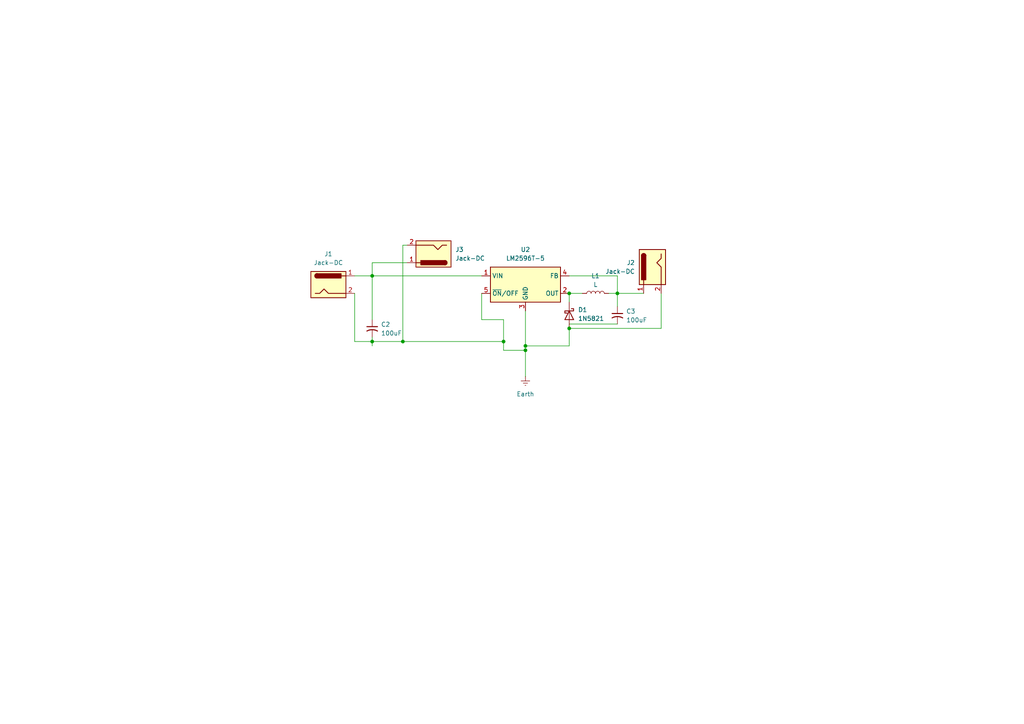
<source format=kicad_sch>
(kicad_sch (version 20250114) (generator "eeschema") (generator_version "9.0")
  (paper "A4")
  (lib_symbols
    (symbol "Connector:Jack-DC" (pin_names (offset 1.016))
      (property "Reference" "J" (at 0 5.334 0))
      (property "Value" "Jack-DC" (at 0 -5.08 0))
      (symbol "Jack-DC_0_1"
        (rectangle (start -5.08 3.81) (end 5.08 -3.81) (stroke (width 0.254)) (fill (type background)))
        (polyline (pts (xy -3.81 -2.54) (xy -2.54 -2.54) (xy -1.27 -1.27) (xy 0 -2.54) (xy 2.54 -2.54) (xy 5.08 -2.54)) (stroke (width 0.254)))
        (arc (start -3.302 1.905) (mid -3.9343 2.54) (end -3.302 3.175) (stroke (width 0.254)))
        (arc (start -3.302 1.905) (mid -3.9343 2.54) (end -3.302 3.175) (stroke (width 0.254)) (fill (type outline)))
        (rectangle (start 3.683 3.175) (end -3.302 1.905) (stroke (width 0.254)) (fill (type outline)))
        (polyline (pts (xy 5.08 2.54) (xy 3.81 2.54)) (stroke (width 0.254)))
      )
      (symbol "Jack-DC_1_1"
        (pin passive line (at 7.62 2.54 180) (length 2.54) (name "~") (number "1"))
        (pin passive line (at 7.62 -2.54 180) (length 2.54) (name "~") (number "2"))
      )
    )
    (symbol "Device:C_Small_US" (pin_numbers (hide yes)) (pin_names (offset 0.254) (hide yes))
      (property "Reference" "C" (at 0.254 1.778 0))
      (property "Value" "C_Small_US" (at 0.254 -2.032 0))
      (symbol "C_Small_US_0_1"
        (polyline (pts (xy -1.524 0.508) (xy 1.524 0.508)) (stroke (width 0.3048)))
        (arc (start -1.524 -0.762) (mid 0 -0.3734) (end 1.524 -0.762) (stroke (width 0.3048)))
      )
      (symbol "C_Small_US_1_1"
        (pin passive line (at 0 2.54 270) (length 2.032) (name "~") (number "1"))
        (pin passive line (at 0 -2.54 90) (length 2.032) (name "~") (number "2"))
      )
    )
    (symbol "Device:L" (pin_numbers (hide yes)) (pin_names (offset 1.016) (hide yes))
      (property "Reference" "L" (at -1.27 0 90))
      (property "Value" "L" (at 1.905 0 90))
      (symbol "L_0_1"
        (arc (start 0 2.54) (mid 0.6323 1.905) (end 0 1.27))
        (arc (start 0 1.27) (mid 0.6323 0.635) (end 0 0))
        (arc (start 0 0) (mid 0.6323 -0.635) (end 0 -1.27))
        (arc (start 0 -1.27) (mid 0.6323 -1.905) (end 0 -2.54))
      )
      (symbol "L_1_1"
        (pin passive line (at 0 3.81 270) (length 1.27) (name "1") (number "1"))
        (pin passive line (at 0 -3.81 90) (length 1.27) (name "2") (number "2"))
      )
    )
    (symbol "Diode:1N5821" (pin_numbers (hide yes)) (pin_names (offset 1.016) (hide yes))
      (property "Reference" "D" (at 0 2.54 0))
      (property "Value" "1N5821" (at 0 -2.54 0))
      (symbol "1N5821_0_1"
        (polyline (pts (xy -1.905 0.635) (xy -1.905 1.27) (xy -1.27 1.27) (xy -1.27 -1.27) (xy -0.635 -1.27) (xy -0.635 -0.635)) (stroke (width 0.254)))
        (polyline (pts (xy 1.27 1.27) (xy 1.27 -1.27) (xy -1.27 0) (xy 1.27 1.27)) (stroke (width 0.254)))
        (polyline (pts (xy 1.27 0) (xy -1.27 0)))
      )
      (symbol "1N5821_1_1"
        (pin passive line (at -3.81 0 0) (length 2.54) (name "K") (number "1"))
        (pin passive line (at 3.81 0 180) (length 2.54) (name "A") (number "2"))
      )
    )
    (symbol "Regulator_Switching:LM2596T-5"
      (property "Reference" "U" (at -10.16 6.35 0))
      (property "Value" "LM2596T-5" (at 0 6.35 0))
      (symbol "LM2596T-5_0_1"
        (rectangle (start -10.16 5.08) (end 10.16 -5.08) (stroke (width 0.254)) (fill (type background)))
      )
      (symbol "LM2596T-5_1_1"
        (pin power_in line (at -12.7 2.54 0) (length 2.54) (name "VIN") (number "1"))
        (pin input line (at -12.7 -2.54 0) (length 2.54) (name "~{ON}/OFF") (number "5"))
        (pin power_in line (at 0 -7.62 90) (length 2.54) (name "GND") (number "3"))
        (pin input line (at 12.7 2.54 180) (length 2.54) (name "FB") (number "4"))
        (pin output line (at 12.7 -2.54 180) (length 2.54) (name "OUT") (number "2"))
      )
    )
    (symbol "power:Earth" (power) (pin_numbers (hide yes)) (pin_names (offset 0) (hide yes))
      (property "Value" "Earth" (at 0 -3.81 0))
      (symbol "Earth_0_1"
        (polyline (pts (xy -0.635 -1.905) (xy 0.635 -1.905)))
        (polyline (pts (xy -0.127 -2.54) (xy 0.127 -2.54)))
        (polyline (pts (xy 0 -1.27) (xy 0 0)))
        (polyline (pts (xy 1.27 -1.27) (xy -1.27 -1.27)))
      )
      (symbol "Earth_1_1"
        (pin power_in line (at 0 0 270) (length 0) (name "~") (number "1"))
      )
    )
  )
  (junction (at 152.4 100.33))
  (junction (at 107.95 80.01))
  (junction (at 152.4 101.6))
  (junction (at 179.07 85.09))
  (junction (at 146.05 99.06))
  (junction (at 107.95 99.06))
  (junction (at 165.1 95.25))
  (junction (at 116.84 99.06))
  (junction (at 165.1 85.09))
  (wire (pts (xy 107.95 97.79) (xy 107.95 99.06)))
  (wire (pts (xy 191.77 95.25) (xy 165.1 95.25)))
  (wire (pts (xy 176.53 85.09) (xy 179.07 85.09)))
  (wire (pts (xy 116.84 99.06) (xy 146.05 99.06)))
  (wire (pts (xy 139.7 85.09) (xy 139.7 92.71)))
  (wire (pts (xy 179.07 85.09) (xy 179.07 88.9)))
  (wire (pts (xy 152.4 90.17) (xy 152.4 100.33)))
  (wire (pts (xy 107.95 80.01) (xy 107.95 92.71)))
  (wire (pts (xy 146.05 99.06) (xy 146.05 101.6)))
  (wire (pts (xy 116.84 71.12) (xy 116.84 99.06)))
  (wire (pts (xy 107.95 99.06) (xy 116.84 99.06)))
  (wire (pts (xy 179.07 93.98) (xy 165.1 93.98)))
  (wire (pts (xy 179.07 80.01) (xy 179.07 85.09)))
  (wire (pts (xy 165.1 100.33) (xy 152.4 100.33)))
  (wire (pts (xy 152.4 101.6) (xy 152.4 109.22)))
  (wire (pts (xy 165.1 93.98) (xy 165.1 95.25)))
  (wire (pts (xy 146.05 101.6) (xy 152.4 101.6)))
  (wire (pts (xy 191.77 85.09) (xy 191.77 95.25)))
  (wire (pts (xy 102.87 80.01) (xy 107.95 80.01)))
  (wire (pts (xy 107.95 99.06) (xy 107.95 100.33)))
  (wire (pts (xy 139.7 92.71) (xy 146.05 92.71)))
  (wire (pts (xy 102.87 85.09) (xy 102.87 99.06)))
  (wire (pts (xy 165.1 80.01) (xy 179.07 80.01)))
  (wire (pts (xy 107.95 76.2) (xy 107.95 80.01)))
  (wire (pts (xy 118.11 71.12) (xy 116.84 71.12)))
  (wire (pts (xy 152.4 100.33) (xy 152.4 101.6)))
  (wire (pts (xy 102.87 99.06) (xy 107.95 99.06)))
  (wire (pts (xy 146.05 92.71) (xy 146.05 99.06)))
  (wire (pts (xy 118.11 76.2) (xy 107.95 76.2)))
  (wire (pts (xy 165.1 95.25) (xy 165.1 100.33)))
  (wire (pts (xy 165.1 85.09) (xy 165.1 87.63)))
  (wire (pts (xy 165.1 85.09) (xy 168.91 85.09)))
  (wire (pts (xy 179.07 85.09) (xy 186.69 85.09)))
  (wire (pts (xy 107.95 80.01) (xy 139.7 80.01)))
  (symbol (lib_id "Diode:1N5821") (at 165.1 91.44 270) (unit 1)
    (property "Reference" "D1" (at 167.64 89.8524 90) (effects (justify left)))
    (property "Value" "1N5821" (at 167.64 92.3924 90) (effects (justify left)))
    (property "Footprint" "Diode_THT:D_DO-201AD_P15.24mm_Horizontal" (effects (hide yes)))
    (property "Datasheet" "http://www.vishay.com/docs/88526/1n5820.pdf" (effects (hide yes)))
    (property "Description" "30V 3A Schottky Barrier Rectifier Diode, DO-201AD" (effects (hide yes)))
  )
  (symbol (lib_id "Device:L") (at 172.72 85.09 90) (unit 1)
    (property "Reference" "L1" (at 172.72 80.01 90))
    (property "Value" "L" (at 172.72 82.55 90))
    (property "Footprint" "Inductor_THT:L_Axial_L5.0mm_D3.6mm_P10.00mm_Horizontal_Murata_BL01RN1A2A2" (effects (hide yes)))
    (property "Description" "Inductor" (effects (hide yes)))
  )
  (symbol (lib_id "Device:C_Small_US") (at 107.95 95.25 0) (unit 1)
    (property "Reference" "C2" (at 110.49 94.1069 0) (effects (justify left)))
    (property "Value" "100uF" (at 110.49 96.6469 0) (effects (justify left)))
    (property "Footprint" "Capacitor_THT:CP_Radial_D4.0mm_P1.50mm" (effects (hide yes)))
    (property "Description" "capacitor, small US symbol" (effects (hide yes)))
  )
  (symbol (lib_id "power:Earth") (at 152.4 109.22 0) (unit 1)
    (property "Reference" "#PWR01" (effects (hide yes)))
    (property "Value" "Earth" (at 152.4 114.3 0))
    (property "Description" "Power symbol creates a global label with name \"Earth\"" (effects (hide yes)))
  )
  (symbol (lib_id "Regulator_Switching:LM2596T-5") (at 152.4 82.55 0) (unit 1)
    (property "Reference" "U2" (at 152.4 72.39 0))
    (property "Value" "LM2596T-5" (at 152.4 74.93 0))
    (property "Footprint" "Package_TO_SOT_THT:TO-220-5_P3.4x3.7mm_StaggerOdd_Lead3.8mm_Vertical" (effects (hide yes)))
    (property "Datasheet" "http://www.ti.com/lit/ds/symlink/lm2596.pdf" (effects (hide yes)))
    (property "Description" "5V 3A 150kHz Step-Down Voltage Regulator, TO-220" (effects (hide yes)))
  )
  (symbol (lib_id "Device:C_Small_US") (at 179.07 91.44 0) (unit 1)
    (property "Reference" "C3" (at 181.61 90.2969 0) (effects (justify left)))
    (property "Value" "100uF" (at 181.61 92.8369 0) (effects (justify left)))
    (property "Footprint" "Capacitor_THT:CP_Radial_D4.0mm_P1.50mm" (effects (hide yes)))
    (property "Description" "capacitor, small US symbol" (effects (hide yes)))
  )
  (symbol (lib_id "Connector:Jack-DC") (at 189.23 77.47 90) (mirror x) (unit 1)
    (property "Reference" "J2" (at 184.15 76.1999 90) (effects (justify left)))
    (property "Value" "Jack-DC" (at 184.15 78.7399 90) (effects (justify left)))
    (property "Footprint" "Connector_BarrelJack:BarrelJack_Horizontal" (effects (hide yes)))
    (property "Description" "DC Barrel Jack" (effects (hide yes)))
  )
  (symbol (lib_id "Connector:Jack-DC") (at 125.73 73.66 180) (unit 1)
    (property "Reference" "J3" (at 132.08 72.3899 0) (effects (justify right)))
    (property "Value" "Jack-DC" (at 132.08 74.9299 0) (effects (justify right)))
    (property "Footprint" "Connector_BarrelJack:BarrelJack_Horizontal" (effects (hide yes)))
    (property "Description" "DC Barrel Jack" (effects (hide yes)))
  )
  (symbol (lib_id "Connector:Jack-DC") (at 95.25 82.55 0) (unit 1)
    (property "Reference" "J1" (at 95.25 73.66 0))
    (property "Value" "Jack-DC" (at 95.25 76.2 0))
    (property "Footprint" "Connector_BarrelJack:BarrelJack_Horizontal" (effects (hide yes)))
    (property "Description" "DC Barrel Jack" (effects (hide yes)))
  )
)
</source>
